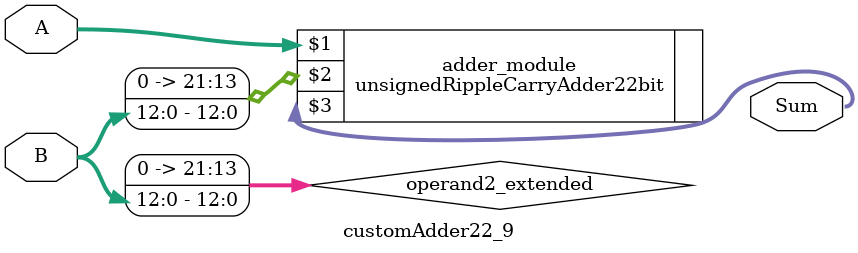
<source format=v>

module customAdder22_9(
                    input [21 : 0] A,
                    input [12 : 0] B,
                    
                    output [22 : 0] Sum
            );

    wire [21 : 0] operand2_extended;
    
    assign operand2_extended =  {9'b0, B};
    
    unsignedRippleCarryAdder22bit adder_module(
        A,
        operand2_extended,
        Sum
    );
    
endmodule
        
</source>
